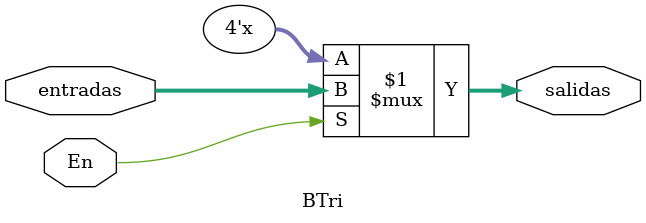
<source format=v>

module BTri(
    input wire En,
    input wire [3:0]entradas,
    output wire [3:0]salidas);

        assign salidas = (En) ? entradas:4'bz;
endmodule


</source>
